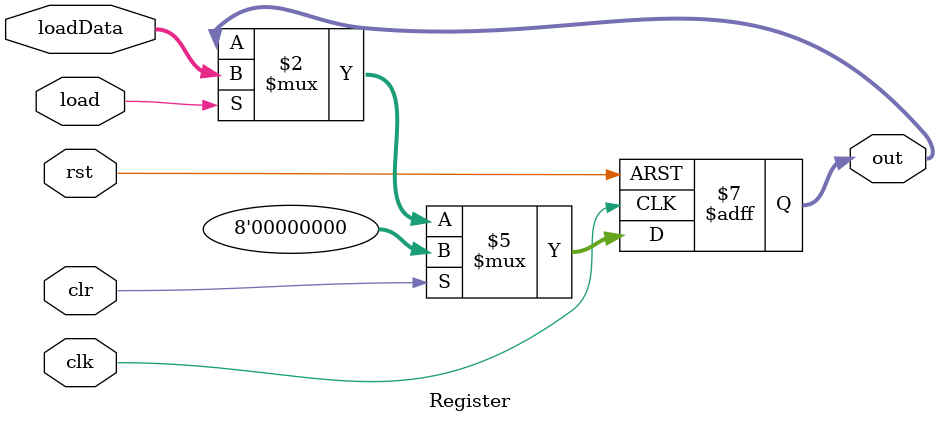
<source format=v>
module Register #(
    parameter N = 8,
    parameter [N-1:0] Init = {N{1'b0}}
)(
    input [N-1:0] loadData,
    input load, clr, clk, rst,
    output reg [N-1:0] out
);
    always @(posedge clk, posedge rst) begin
        if (rst) out <= Init;
        else if (clr) out <= Init;
        else if (load) out <= loadData;
    end
endmodule

</source>
